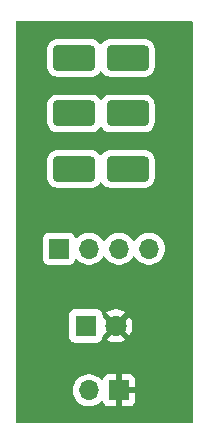
<source format=gbr>
%TF.GenerationSoftware,KiCad,Pcbnew,8.0.0-8.0.0-1~ubuntu22.04.1*%
%TF.CreationDate,2024-03-20T22:29:57-04:00*%
%TF.ProjectId,BantamOnOffSwitchGroup,42616e74-616d-44f6-9e4f-666653776974,1.2*%
%TF.SameCoordinates,Original*%
%TF.FileFunction,Copper,L1,Top*%
%TF.FilePolarity,Positive*%
%FSLAX46Y46*%
G04 Gerber Fmt 4.6, Leading zero omitted, Abs format (unit mm)*
G04 Created by KiCad (PCBNEW 8.0.0-8.0.0-1~ubuntu22.04.1) date 2024-03-20 22:29:57*
%MOMM*%
%LPD*%
G01*
G04 APERTURE LIST*
G04 Aperture macros list*
%AMRoundRect*
0 Rectangle with rounded corners*
0 $1 Rounding radius*
0 $2 $3 $4 $5 $6 $7 $8 $9 X,Y pos of 4 corners*
0 Add a 4 corners polygon primitive as box body*
4,1,4,$2,$3,$4,$5,$6,$7,$8,$9,$2,$3,0*
0 Add four circle primitives for the rounded corners*
1,1,$1+$1,$2,$3*
1,1,$1+$1,$4,$5*
1,1,$1+$1,$6,$7*
1,1,$1+$1,$8,$9*
0 Add four rect primitives between the rounded corners*
20,1,$1+$1,$2,$3,$4,$5,0*
20,1,$1+$1,$4,$5,$6,$7,0*
20,1,$1+$1,$6,$7,$8,$9,0*
20,1,$1+$1,$8,$9,$2,$3,0*%
G04 Aperture macros list end*
%TA.AperFunction,ComponentPad*%
%ADD10RoundRect,0.354167X-1.423833X-0.725333X1.423833X-0.725333X1.423833X0.725333X-1.423833X0.725333X0*%
%TD*%
%TA.AperFunction,ComponentPad*%
%ADD11R,1.700000X1.700000*%
%TD*%
%TA.AperFunction,ComponentPad*%
%ADD12O,1.700000X1.700000*%
%TD*%
%TA.AperFunction,ComponentPad*%
%ADD13R,1.800000X1.800000*%
%TD*%
%TA.AperFunction,ComponentPad*%
%ADD14C,1.800000*%
%TD*%
G04 APERTURE END LIST*
D10*
%TO.P,SW1,1,A*%
%TO.N,Net-(J2-Pin_3)*%
X122975000Y-85600000D03*
%TO.P,SW1,2,B*%
%TO.N,Net-(J2-Pin_1)*%
X122975000Y-90299000D03*
%TO.P,SW1,3,C*%
%TO.N,Net-(SW1-C-Pad3)*%
X122975000Y-94998000D03*
%TO.P,SW1,4,A*%
%TO.N,Net-(J2-Pin_3)*%
X127475000Y-85600000D03*
%TO.P,SW1,5,B*%
%TO.N,Net-(J2-Pin_1)*%
X127475000Y-90299000D03*
%TO.P,SW1,6,C*%
%TO.N,Net-(SW1-C-Pad3)*%
X127475000Y-94998000D03*
%TD*%
D11*
%TO.P,J2,1,Pin_1*%
%TO.N,Net-(J2-Pin_1)*%
X121675000Y-101750000D03*
D12*
%TO.P,J2,2,Pin_2*%
X124215000Y-101750000D03*
%TO.P,J2,3,Pin_3*%
%TO.N,Net-(J2-Pin_3)*%
X126755000Y-101750000D03*
%TO.P,J2,4,Pin_4*%
X129295000Y-101750000D03*
%TD*%
D11*
%TO.P,J1,1,Pin_1*%
%TO.N,Net-(D1-A)*%
X126750000Y-113750000D03*
D12*
%TO.P,J1,2,Pin_2*%
%TO.N,Net-(D1-K)*%
X124210000Y-113750000D03*
%TD*%
D13*
%TO.P,D1,1,K*%
%TO.N,Net-(D1-K)*%
X123950000Y-108299000D03*
D14*
%TO.P,D1,2,A*%
%TO.N,Net-(D1-A)*%
X126490000Y-108299000D03*
%TD*%
%TA.AperFunction,Conductor*%
%TO.N,Net-(D1-A)*%
G36*
X132943039Y-82519685D02*
G01*
X132988794Y-82572489D01*
X133000000Y-82624000D01*
X133000000Y-116376000D01*
X132980315Y-116443039D01*
X132927511Y-116488794D01*
X132876000Y-116500000D01*
X118124000Y-116500000D01*
X118056961Y-116480315D01*
X118011206Y-116427511D01*
X118000000Y-116376000D01*
X118000000Y-113750005D01*
X122846844Y-113750005D01*
X122865434Y-113974359D01*
X122865436Y-113974371D01*
X122920703Y-114192614D01*
X123011140Y-114398792D01*
X123134276Y-114587265D01*
X123134284Y-114587276D01*
X123254513Y-114717877D01*
X123286760Y-114752906D01*
X123464424Y-114891189D01*
X123464425Y-114891189D01*
X123464427Y-114891191D01*
X123586378Y-114957187D01*
X123662426Y-114998342D01*
X123875365Y-115071444D01*
X124097431Y-115108500D01*
X124322569Y-115108500D01*
X124544635Y-115071444D01*
X124757574Y-114998342D01*
X124955576Y-114891189D01*
X125133240Y-114752906D01*
X125202908Y-114677226D01*
X125262793Y-114641237D01*
X125332631Y-114643337D01*
X125390247Y-114682860D01*
X125410318Y-114717877D01*
X125456645Y-114842086D01*
X125456649Y-114842093D01*
X125542809Y-114957187D01*
X125542812Y-114957190D01*
X125657906Y-115043350D01*
X125657913Y-115043354D01*
X125792620Y-115093596D01*
X125792627Y-115093598D01*
X125852155Y-115099999D01*
X125852172Y-115100000D01*
X126500000Y-115100000D01*
X126500000Y-114183012D01*
X126557007Y-114215925D01*
X126684174Y-114250000D01*
X126815826Y-114250000D01*
X126942993Y-114215925D01*
X127000000Y-114183012D01*
X127000000Y-115100000D01*
X127647828Y-115100000D01*
X127647844Y-115099999D01*
X127707372Y-115093598D01*
X127707379Y-115093596D01*
X127842086Y-115043354D01*
X127842093Y-115043350D01*
X127957187Y-114957190D01*
X127957190Y-114957187D01*
X128043350Y-114842093D01*
X128043354Y-114842086D01*
X128093596Y-114707379D01*
X128093598Y-114707372D01*
X128099999Y-114647844D01*
X128100000Y-114647827D01*
X128100000Y-114000000D01*
X127183012Y-114000000D01*
X127215925Y-113942993D01*
X127250000Y-113815826D01*
X127250000Y-113684174D01*
X127215925Y-113557007D01*
X127183012Y-113500000D01*
X128100000Y-113500000D01*
X128100000Y-112852172D01*
X128099999Y-112852155D01*
X128093598Y-112792627D01*
X128093596Y-112792620D01*
X128043354Y-112657913D01*
X128043350Y-112657906D01*
X127957190Y-112542812D01*
X127957187Y-112542809D01*
X127842093Y-112456649D01*
X127842086Y-112456645D01*
X127707379Y-112406403D01*
X127707372Y-112406401D01*
X127647844Y-112400000D01*
X127000000Y-112400000D01*
X127000000Y-113316988D01*
X126942993Y-113284075D01*
X126815826Y-113250000D01*
X126684174Y-113250000D01*
X126557007Y-113284075D01*
X126500000Y-113316988D01*
X126500000Y-112400000D01*
X125852155Y-112400000D01*
X125792627Y-112406401D01*
X125792620Y-112406403D01*
X125657913Y-112456645D01*
X125657906Y-112456649D01*
X125542812Y-112542809D01*
X125542809Y-112542812D01*
X125456649Y-112657906D01*
X125456646Y-112657911D01*
X125410318Y-112782123D01*
X125368446Y-112838056D01*
X125302982Y-112862473D01*
X125234709Y-112847621D01*
X125202910Y-112822775D01*
X125133240Y-112747094D01*
X124955576Y-112608811D01*
X124955575Y-112608810D01*
X124955572Y-112608808D01*
X124757580Y-112501661D01*
X124757577Y-112501659D01*
X124757574Y-112501658D01*
X124757571Y-112501657D01*
X124757569Y-112501656D01*
X124544637Y-112428556D01*
X124322569Y-112391500D01*
X124097431Y-112391500D01*
X123875362Y-112428556D01*
X123662430Y-112501656D01*
X123662419Y-112501661D01*
X123464427Y-112608808D01*
X123464422Y-112608812D01*
X123286761Y-112747092D01*
X123286756Y-112747097D01*
X123134284Y-112912723D01*
X123134276Y-112912734D01*
X123011140Y-113101207D01*
X122920703Y-113307385D01*
X122865436Y-113525628D01*
X122865434Y-113525640D01*
X122846844Y-113749994D01*
X122846844Y-113750005D01*
X118000000Y-113750005D01*
X118000000Y-109247654D01*
X122541500Y-109247654D01*
X122548011Y-109308202D01*
X122548011Y-109308204D01*
X122599111Y-109445204D01*
X122686739Y-109562261D01*
X122803796Y-109649889D01*
X122940799Y-109700989D01*
X122968050Y-109703918D01*
X123001345Y-109707499D01*
X123001362Y-109707500D01*
X124898638Y-109707500D01*
X124898654Y-109707499D01*
X124925692Y-109704591D01*
X124959201Y-109700989D01*
X125096204Y-109649889D01*
X125213261Y-109562261D01*
X125300889Y-109445204D01*
X125351989Y-109308201D01*
X125355591Y-109274692D01*
X125358499Y-109247654D01*
X125358500Y-109247637D01*
X125358500Y-109128308D01*
X125378185Y-109061269D01*
X125394819Y-109040627D01*
X126047861Y-108387584D01*
X126070667Y-108472694D01*
X126129910Y-108575306D01*
X126213694Y-108659090D01*
X126316306Y-108718333D01*
X126401414Y-108741138D01*
X125691201Y-109451351D01*
X125721649Y-109475050D01*
X125925697Y-109585476D01*
X125925706Y-109585479D01*
X126145139Y-109660811D01*
X126373993Y-109699000D01*
X126606007Y-109699000D01*
X126834860Y-109660811D01*
X127054293Y-109585479D01*
X127054301Y-109585476D01*
X127258355Y-109475047D01*
X127288797Y-109451351D01*
X127288798Y-109451350D01*
X126578585Y-108741137D01*
X126663694Y-108718333D01*
X126766306Y-108659090D01*
X126850090Y-108575306D01*
X126909333Y-108472694D01*
X126932138Y-108387585D01*
X127641186Y-109096633D01*
X127725482Y-108967611D01*
X127818682Y-108755135D01*
X127875638Y-108530218D01*
X127894798Y-108299005D01*
X127894798Y-108298994D01*
X127875638Y-108067781D01*
X127818682Y-107842864D01*
X127725484Y-107630393D01*
X127641186Y-107501365D01*
X126932137Y-108210414D01*
X126909333Y-108125306D01*
X126850090Y-108022694D01*
X126766306Y-107938910D01*
X126663694Y-107879667D01*
X126578584Y-107856861D01*
X127288797Y-107146647D01*
X127288797Y-107146645D01*
X127258360Y-107122955D01*
X127258354Y-107122951D01*
X127054302Y-107012523D01*
X127054293Y-107012520D01*
X126834860Y-106937188D01*
X126606007Y-106899000D01*
X126373993Y-106899000D01*
X126145139Y-106937188D01*
X125925706Y-107012520D01*
X125925697Y-107012523D01*
X125721650Y-107122949D01*
X125691200Y-107146647D01*
X126401415Y-107856861D01*
X126316306Y-107879667D01*
X126213694Y-107938910D01*
X126129910Y-108022694D01*
X126070667Y-108125306D01*
X126047861Y-108210414D01*
X125394819Y-107557372D01*
X125361334Y-107496049D01*
X125358500Y-107469691D01*
X125358500Y-107350362D01*
X125358499Y-107350345D01*
X125355157Y-107319270D01*
X125351989Y-107289799D01*
X125300889Y-107152796D01*
X125213261Y-107035739D01*
X125096204Y-106948111D01*
X125066919Y-106937188D01*
X124959203Y-106897011D01*
X124898654Y-106890500D01*
X124898638Y-106890500D01*
X123001362Y-106890500D01*
X123001345Y-106890500D01*
X122940797Y-106897011D01*
X122940795Y-106897011D01*
X122803795Y-106948111D01*
X122686739Y-107035739D01*
X122599111Y-107152795D01*
X122548011Y-107289795D01*
X122548011Y-107289797D01*
X122541500Y-107350345D01*
X122541500Y-109247654D01*
X118000000Y-109247654D01*
X118000000Y-102648654D01*
X120316500Y-102648654D01*
X120323011Y-102709202D01*
X120323011Y-102709204D01*
X120374111Y-102846204D01*
X120461739Y-102963261D01*
X120578796Y-103050889D01*
X120715799Y-103101989D01*
X120743050Y-103104918D01*
X120776345Y-103108499D01*
X120776362Y-103108500D01*
X122573638Y-103108500D01*
X122573654Y-103108499D01*
X122600692Y-103105591D01*
X122634201Y-103101989D01*
X122771204Y-103050889D01*
X122888261Y-102963261D01*
X122975889Y-102846204D01*
X123021138Y-102724887D01*
X123063009Y-102668956D01*
X123128474Y-102644539D01*
X123196746Y-102659391D01*
X123228545Y-102684236D01*
X123291760Y-102752906D01*
X123469424Y-102891189D01*
X123469425Y-102891189D01*
X123469427Y-102891191D01*
X123596135Y-102959761D01*
X123667426Y-102998342D01*
X123880365Y-103071444D01*
X124102431Y-103108500D01*
X124327569Y-103108500D01*
X124549635Y-103071444D01*
X124762574Y-102998342D01*
X124960576Y-102891189D01*
X125138240Y-102752906D01*
X125290722Y-102587268D01*
X125381193Y-102448790D01*
X125434338Y-102403437D01*
X125503569Y-102394013D01*
X125566905Y-102423515D01*
X125588804Y-102448787D01*
X125679278Y-102587268D01*
X125679283Y-102587273D01*
X125679284Y-102587276D01*
X125805968Y-102724889D01*
X125831760Y-102752906D01*
X126009424Y-102891189D01*
X126009425Y-102891189D01*
X126009427Y-102891191D01*
X126136135Y-102959761D01*
X126207426Y-102998342D01*
X126420365Y-103071444D01*
X126642431Y-103108500D01*
X126867569Y-103108500D01*
X127089635Y-103071444D01*
X127302574Y-102998342D01*
X127500576Y-102891189D01*
X127678240Y-102752906D01*
X127830722Y-102587268D01*
X127921193Y-102448790D01*
X127974338Y-102403437D01*
X128043569Y-102394013D01*
X128106905Y-102423515D01*
X128128804Y-102448787D01*
X128219278Y-102587268D01*
X128219283Y-102587273D01*
X128219284Y-102587276D01*
X128345968Y-102724889D01*
X128371760Y-102752906D01*
X128549424Y-102891189D01*
X128549425Y-102891189D01*
X128549427Y-102891191D01*
X128676135Y-102959761D01*
X128747426Y-102998342D01*
X128960365Y-103071444D01*
X129182431Y-103108500D01*
X129407569Y-103108500D01*
X129629635Y-103071444D01*
X129842574Y-102998342D01*
X130040576Y-102891189D01*
X130218240Y-102752906D01*
X130370722Y-102587268D01*
X130493860Y-102398791D01*
X130584296Y-102192616D01*
X130639564Y-101974368D01*
X130658156Y-101750000D01*
X130639564Y-101525632D01*
X130584296Y-101307384D01*
X130493860Y-101101209D01*
X130477706Y-101076484D01*
X130370723Y-100912734D01*
X130370715Y-100912723D01*
X130218243Y-100747097D01*
X130218238Y-100747092D01*
X130040577Y-100608812D01*
X130040572Y-100608808D01*
X129842580Y-100501661D01*
X129842577Y-100501659D01*
X129842574Y-100501658D01*
X129842571Y-100501657D01*
X129842569Y-100501656D01*
X129629637Y-100428556D01*
X129407569Y-100391500D01*
X129182431Y-100391500D01*
X128960362Y-100428556D01*
X128747430Y-100501656D01*
X128747419Y-100501661D01*
X128549427Y-100608808D01*
X128549422Y-100608812D01*
X128371761Y-100747092D01*
X128371756Y-100747097D01*
X128219284Y-100912723D01*
X128219276Y-100912734D01*
X128128808Y-101051206D01*
X128075662Y-101096562D01*
X128006431Y-101105986D01*
X127943095Y-101076484D01*
X127921192Y-101051206D01*
X127830723Y-100912734D01*
X127830715Y-100912723D01*
X127678243Y-100747097D01*
X127678238Y-100747092D01*
X127500577Y-100608812D01*
X127500572Y-100608808D01*
X127302580Y-100501661D01*
X127302577Y-100501659D01*
X127302574Y-100501658D01*
X127302571Y-100501657D01*
X127302569Y-100501656D01*
X127089637Y-100428556D01*
X126867569Y-100391500D01*
X126642431Y-100391500D01*
X126420362Y-100428556D01*
X126207430Y-100501656D01*
X126207419Y-100501661D01*
X126009427Y-100608808D01*
X126009422Y-100608812D01*
X125831761Y-100747092D01*
X125831756Y-100747097D01*
X125679284Y-100912723D01*
X125679276Y-100912734D01*
X125588808Y-101051206D01*
X125535662Y-101096562D01*
X125466431Y-101105986D01*
X125403095Y-101076484D01*
X125381192Y-101051206D01*
X125290723Y-100912734D01*
X125290715Y-100912723D01*
X125138243Y-100747097D01*
X125138238Y-100747092D01*
X124960577Y-100608812D01*
X124960572Y-100608808D01*
X124762580Y-100501661D01*
X124762577Y-100501659D01*
X124762574Y-100501658D01*
X124762571Y-100501657D01*
X124762569Y-100501656D01*
X124549637Y-100428556D01*
X124327569Y-100391500D01*
X124102431Y-100391500D01*
X123880362Y-100428556D01*
X123667430Y-100501656D01*
X123667419Y-100501661D01*
X123469427Y-100608808D01*
X123469422Y-100608812D01*
X123291761Y-100747092D01*
X123228548Y-100815760D01*
X123168661Y-100851750D01*
X123098823Y-100849649D01*
X123041207Y-100810124D01*
X123021138Y-100775110D01*
X122975889Y-100653796D01*
X122942214Y-100608812D01*
X122888261Y-100536739D01*
X122771204Y-100449111D01*
X122634203Y-100398011D01*
X122573654Y-100391500D01*
X122573638Y-100391500D01*
X120776362Y-100391500D01*
X120776345Y-100391500D01*
X120715797Y-100398011D01*
X120715795Y-100398011D01*
X120578795Y-100449111D01*
X120461739Y-100536739D01*
X120374111Y-100653795D01*
X120323011Y-100790795D01*
X120323011Y-100790797D01*
X120316500Y-100851345D01*
X120316500Y-102648654D01*
X118000000Y-102648654D01*
X118000000Y-95798348D01*
X120688500Y-95798348D01*
X120688501Y-95798351D01*
X120691356Y-95840477D01*
X120691356Y-95840478D01*
X120736642Y-96022575D01*
X120736643Y-96022577D01*
X120820010Y-96190674D01*
X120820012Y-96190677D01*
X120937571Y-96336927D01*
X120937572Y-96336928D01*
X121083822Y-96454487D01*
X121083825Y-96454489D01*
X121167873Y-96496172D01*
X121251925Y-96537858D01*
X121389452Y-96572059D01*
X121434015Y-96583142D01*
X121434016Y-96583142D01*
X121434020Y-96583143D01*
X121476151Y-96586000D01*
X124473848Y-96585999D01*
X124515980Y-96583143D01*
X124698075Y-96537858D01*
X124866178Y-96454487D01*
X125012428Y-96336928D01*
X125128354Y-96192708D01*
X125185696Y-96152791D01*
X125255518Y-96150211D01*
X125315651Y-96185789D01*
X125321638Y-96192699D01*
X125410152Y-96302816D01*
X125437571Y-96336927D01*
X125437572Y-96336928D01*
X125583822Y-96454487D01*
X125583825Y-96454489D01*
X125667873Y-96496172D01*
X125751925Y-96537858D01*
X125889452Y-96572059D01*
X125934015Y-96583142D01*
X125934016Y-96583142D01*
X125934020Y-96583143D01*
X125976151Y-96586000D01*
X128973848Y-96585999D01*
X129015980Y-96583143D01*
X129198075Y-96537858D01*
X129366178Y-96454487D01*
X129512428Y-96336928D01*
X129629987Y-96190678D01*
X129713358Y-96022575D01*
X129758643Y-95840480D01*
X129761500Y-95798349D01*
X129761499Y-94197652D01*
X129758643Y-94155520D01*
X129713358Y-93973425D01*
X129632411Y-93810209D01*
X129629989Y-93805325D01*
X129629987Y-93805322D01*
X129512428Y-93659072D01*
X129512427Y-93659071D01*
X129366177Y-93541512D01*
X129366174Y-93541510D01*
X129198077Y-93458143D01*
X129198075Y-93458142D01*
X129015984Y-93412857D01*
X128991905Y-93411224D01*
X128973849Y-93410000D01*
X128973846Y-93410000D01*
X125976151Y-93410000D01*
X125976148Y-93410001D01*
X125934022Y-93412856D01*
X125934021Y-93412856D01*
X125751924Y-93458142D01*
X125751922Y-93458143D01*
X125583825Y-93541510D01*
X125583822Y-93541512D01*
X125437572Y-93659071D01*
X125437571Y-93659072D01*
X125321647Y-93803289D01*
X125264304Y-93843208D01*
X125194482Y-93845788D01*
X125134349Y-93810209D01*
X125128353Y-93803289D01*
X125012428Y-93659072D01*
X125012427Y-93659071D01*
X124866177Y-93541512D01*
X124866174Y-93541510D01*
X124698077Y-93458143D01*
X124698075Y-93458142D01*
X124515984Y-93412857D01*
X124491905Y-93411224D01*
X124473849Y-93410000D01*
X124473846Y-93410000D01*
X121476151Y-93410000D01*
X121476148Y-93410001D01*
X121434022Y-93412856D01*
X121434021Y-93412856D01*
X121251924Y-93458142D01*
X121251922Y-93458143D01*
X121083825Y-93541510D01*
X121083822Y-93541512D01*
X120937572Y-93659071D01*
X120937571Y-93659072D01*
X120820012Y-93805322D01*
X120820010Y-93805325D01*
X120736643Y-93973422D01*
X120736642Y-93973424D01*
X120691357Y-94155515D01*
X120688500Y-94197653D01*
X120688500Y-95798348D01*
X118000000Y-95798348D01*
X118000000Y-91099348D01*
X120688500Y-91099348D01*
X120688501Y-91099351D01*
X120691356Y-91141477D01*
X120691356Y-91141478D01*
X120736642Y-91323575D01*
X120736643Y-91323577D01*
X120820010Y-91491674D01*
X120820012Y-91491677D01*
X120937571Y-91637927D01*
X120937572Y-91637928D01*
X121083822Y-91755487D01*
X121083825Y-91755489D01*
X121167873Y-91797172D01*
X121251925Y-91838858D01*
X121389452Y-91873059D01*
X121434015Y-91884142D01*
X121434016Y-91884142D01*
X121434020Y-91884143D01*
X121476151Y-91887000D01*
X124473848Y-91886999D01*
X124515980Y-91884143D01*
X124698075Y-91838858D01*
X124866178Y-91755487D01*
X125012428Y-91637928D01*
X125128354Y-91493708D01*
X125185696Y-91453791D01*
X125255518Y-91451211D01*
X125315651Y-91486789D01*
X125321638Y-91493699D01*
X125410152Y-91603816D01*
X125437571Y-91637927D01*
X125437572Y-91637928D01*
X125583822Y-91755487D01*
X125583825Y-91755489D01*
X125667873Y-91797172D01*
X125751925Y-91838858D01*
X125889452Y-91873059D01*
X125934015Y-91884142D01*
X125934016Y-91884142D01*
X125934020Y-91884143D01*
X125976151Y-91887000D01*
X128973848Y-91886999D01*
X129015980Y-91884143D01*
X129198075Y-91838858D01*
X129366178Y-91755487D01*
X129512428Y-91637928D01*
X129629987Y-91491678D01*
X129713358Y-91323575D01*
X129758643Y-91141480D01*
X129761500Y-91099349D01*
X129761499Y-89498652D01*
X129758643Y-89456520D01*
X129713358Y-89274425D01*
X129632411Y-89111209D01*
X129629989Y-89106325D01*
X129629987Y-89106322D01*
X129512428Y-88960072D01*
X129512427Y-88960071D01*
X129366177Y-88842512D01*
X129366174Y-88842510D01*
X129198077Y-88759143D01*
X129198075Y-88759142D01*
X129015984Y-88713857D01*
X128991905Y-88712224D01*
X128973849Y-88711000D01*
X128973846Y-88711000D01*
X125976151Y-88711000D01*
X125976148Y-88711001D01*
X125934022Y-88713856D01*
X125934021Y-88713856D01*
X125751924Y-88759142D01*
X125751922Y-88759143D01*
X125583825Y-88842510D01*
X125583822Y-88842512D01*
X125437572Y-88960071D01*
X125437571Y-88960072D01*
X125321647Y-89104289D01*
X125264304Y-89144208D01*
X125194482Y-89146788D01*
X125134349Y-89111209D01*
X125128353Y-89104289D01*
X125012428Y-88960072D01*
X125012427Y-88960071D01*
X124866177Y-88842512D01*
X124866174Y-88842510D01*
X124698077Y-88759143D01*
X124698075Y-88759142D01*
X124515984Y-88713857D01*
X124491905Y-88712224D01*
X124473849Y-88711000D01*
X124473846Y-88711000D01*
X121476151Y-88711000D01*
X121476148Y-88711001D01*
X121434022Y-88713856D01*
X121434021Y-88713856D01*
X121251924Y-88759142D01*
X121251922Y-88759143D01*
X121083825Y-88842510D01*
X121083822Y-88842512D01*
X120937572Y-88960071D01*
X120937571Y-88960072D01*
X120820012Y-89106322D01*
X120820010Y-89106325D01*
X120736643Y-89274422D01*
X120736642Y-89274424D01*
X120691357Y-89456515D01*
X120688500Y-89498653D01*
X120688500Y-91099348D01*
X118000000Y-91099348D01*
X118000000Y-86400348D01*
X120688500Y-86400348D01*
X120688501Y-86400351D01*
X120691356Y-86442477D01*
X120691356Y-86442478D01*
X120736642Y-86624575D01*
X120736643Y-86624577D01*
X120820010Y-86792674D01*
X120820012Y-86792677D01*
X120937571Y-86938927D01*
X120937572Y-86938928D01*
X121083822Y-87056487D01*
X121083825Y-87056489D01*
X121167873Y-87098172D01*
X121251925Y-87139858D01*
X121389452Y-87174059D01*
X121434015Y-87185142D01*
X121434016Y-87185142D01*
X121434020Y-87185143D01*
X121476151Y-87188000D01*
X124473848Y-87187999D01*
X124515980Y-87185143D01*
X124698075Y-87139858D01*
X124866178Y-87056487D01*
X125012428Y-86938928D01*
X125128354Y-86794708D01*
X125185696Y-86754791D01*
X125255518Y-86752211D01*
X125315651Y-86787789D01*
X125321638Y-86794699D01*
X125410152Y-86904816D01*
X125437571Y-86938927D01*
X125437572Y-86938928D01*
X125583822Y-87056487D01*
X125583825Y-87056489D01*
X125667873Y-87098172D01*
X125751925Y-87139858D01*
X125889452Y-87174059D01*
X125934015Y-87185142D01*
X125934016Y-87185142D01*
X125934020Y-87185143D01*
X125976151Y-87188000D01*
X128973848Y-87187999D01*
X129015980Y-87185143D01*
X129198075Y-87139858D01*
X129366178Y-87056487D01*
X129512428Y-86938928D01*
X129629987Y-86792678D01*
X129713358Y-86624575D01*
X129758643Y-86442480D01*
X129761500Y-86400349D01*
X129761499Y-84799652D01*
X129758643Y-84757520D01*
X129713358Y-84575425D01*
X129632411Y-84412209D01*
X129629989Y-84407325D01*
X129629987Y-84407322D01*
X129512428Y-84261072D01*
X129512427Y-84261071D01*
X129366177Y-84143512D01*
X129366174Y-84143510D01*
X129198077Y-84060143D01*
X129198075Y-84060142D01*
X129015984Y-84014857D01*
X128991905Y-84013224D01*
X128973849Y-84012000D01*
X128973846Y-84012000D01*
X125976151Y-84012000D01*
X125976148Y-84012001D01*
X125934022Y-84014856D01*
X125934021Y-84014856D01*
X125751924Y-84060142D01*
X125751922Y-84060143D01*
X125583825Y-84143510D01*
X125583822Y-84143512D01*
X125437572Y-84261071D01*
X125437571Y-84261072D01*
X125321647Y-84405289D01*
X125264304Y-84445208D01*
X125194482Y-84447788D01*
X125134349Y-84412209D01*
X125128353Y-84405289D01*
X125012428Y-84261072D01*
X125012427Y-84261071D01*
X124866177Y-84143512D01*
X124866174Y-84143510D01*
X124698077Y-84060143D01*
X124698075Y-84060142D01*
X124515984Y-84014857D01*
X124491905Y-84013224D01*
X124473849Y-84012000D01*
X124473846Y-84012000D01*
X121476151Y-84012000D01*
X121476148Y-84012001D01*
X121434022Y-84014856D01*
X121434021Y-84014856D01*
X121251924Y-84060142D01*
X121251922Y-84060143D01*
X121083825Y-84143510D01*
X121083822Y-84143512D01*
X120937572Y-84261071D01*
X120937571Y-84261072D01*
X120820012Y-84407322D01*
X120820010Y-84407325D01*
X120736643Y-84575422D01*
X120736642Y-84575424D01*
X120691357Y-84757515D01*
X120688500Y-84799653D01*
X120688500Y-86400348D01*
X118000000Y-86400348D01*
X118000000Y-82624000D01*
X118019685Y-82556961D01*
X118072489Y-82511206D01*
X118124000Y-82500000D01*
X132876000Y-82500000D01*
X132943039Y-82519685D01*
G37*
%TD.AperFunction*%
%TD*%
M02*

</source>
